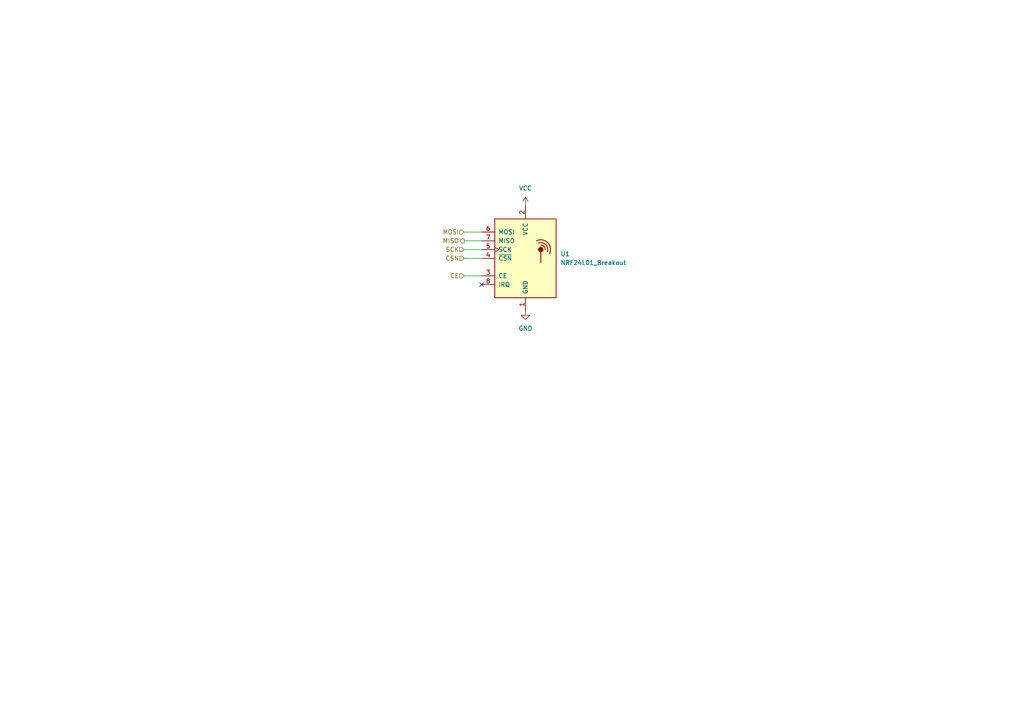
<source format=kicad_sch>
(kicad_sch (version 20231120) (generator "eeschema") (generator_version "8.0")
  (paper "A4")
  (lib_symbols
    (symbol "RF:NRF24L01_Breakout" (pin_names (offset 1.016))
      (property "Reference" "U" (at -8.89 12.7 0))
      (property "Value" "NRF24L01_Breakout" (at 3.81 12.7 0))
      (symbol "NRF24L01_Breakout_0_1"
        (rectangle (start -8.89 11.43) (end 8.89 -11.43) (stroke (width 0.254)) (fill (type background)))
        (polyline (pts (xy 4.445 1.905) (xy 4.445 -1.27)) (stroke (width 0.254)))
        (circle (center 4.445 2.54) (radius 0.635) (stroke (width 0.254)) (fill (type outline)))
        (arc (start 5.715 2.54) (mid 5.3521 3.4546) (end 4.445 3.81) (stroke (width 0.254)))
        (arc (start 6.35 1.905) (mid 5.8763 3.9854) (end 3.81 4.445) (stroke (width 0.254)))
        (arc (start 6.985 1.27) (mid 6.453 4.548) (end 3.175 5.08) (stroke (width 0.254)))
      )
      (symbol "NRF24L01_Breakout_1_1"
        (pin power_in line (at 0 -15.24 90) (length 3.81) (name "GND") (number "1"))
        (pin power_in line (at 0 15.24 270) (length 3.81) (name "VCC") (number "2"))
        (pin input line (at -12.7 -5.08 0) (length 3.81) (name "CE") (number "3"))
        (pin input line (at -12.7 0 0) (length 3.81) (name "~{CSN}") (number "4"))
        (pin input clock (at -12.7 2.54 0) (length 3.81) (name "SCK") (number "5"))
        (pin input line (at -12.7 7.62 0) (length 3.81) (name "MOSI") (number "6"))
        (pin output line (at -12.7 5.08 0) (length 3.81) (name "MISO") (number "7"))
        (pin output line (at -12.7 -7.62 0) (length 3.81) (name "IRQ") (number "8"))
      )
    )
    (symbol "power:GND" (power) (pin_numbers hide) (pin_names (offset 0) hide)
      (property "Value" "GND" (at 0 -3.81 0))
      (symbol "GND_0_1"
        (polyline (pts (xy 0 0) (xy 0 -1.27) (xy 1.27 -1.27) (xy 0 -2.54) (xy -1.27 -1.27) (xy 0 -1.27)))
      )
      (symbol "GND_1_1"
        (pin power_in line (at 0 0 270) (length 0) (name "~") (number "1"))
      )
    )
    (symbol "power:VCC" (power) (pin_numbers hide) (pin_names (offset 0) hide)
      (property "Value" "VCC" (at 0 3.556 0))
      (symbol "VCC_0_1"
        (polyline (pts (xy -0.762 1.27) (xy 0 2.54)))
        (polyline (pts (xy 0 0) (xy 0 2.54)))
        (polyline (pts (xy 0 2.54) (xy 0.762 1.27)))
      )
      (symbol "VCC_1_1"
        (pin power_in line (at 0 0 90) (length 0) (name "~") (number "1"))
      )
    )
  )
  (no_connect (at 139.7 82.55))
  (wire (pts (xy 134.62 74.93) (xy 139.7 74.93)))
  (wire (pts (xy 134.62 69.85) (xy 139.7 69.85)))
  (wire (pts (xy 134.62 67.31) (xy 139.7 67.31)))
  (wire (pts (xy 134.62 80.01) (xy 139.7 80.01)))
  (wire (pts (xy 134.62 72.39) (xy 139.7 72.39)))
  (hierarchical_label "CSN" (shape input) (at 134.62 74.93 180))
  (hierarchical_label "MISO" (shape output) (at 134.62 69.85 180))
  (hierarchical_label "SCK" (shape input) (at 134.62 72.39 180))
  (hierarchical_label "CE" (shape input) (at 134.62 80.01 180))
  (hierarchical_label "MOSI" (shape input) (at 134.62 67.31 180))
  (symbol (lib_id "power:GND") (at 152.4 90.17 0) (unit 1)
    (property "Reference" "#PWR01" (effects (hide yes)))
    (property "Value" "GND" (at 152.4 95.25 0))
    (property "Description" "Power symbol creates a global label with name \"GND\" , ground" (effects (hide yes)))
  )
  (symbol (lib_id "RF:NRF24L01_Breakout") (at 152.4 74.93 0) (unit 1)
    (property "Reference" "U1" (at 162.56 73.6599 0) (effects (justify left)))
    (property "Value" "NRF24L01_Breakout" (at 162.56 76.1999 0) (effects (justify left)))
    (property "Footprint" "RF_Module:nRF24L01_Breakout" (effects (hide yes)))
    (property "Datasheet" "http://www.nordicsemi.com/eng/content/download/2730/34105/file/nRF24L01_Product_Specification_v2_0.pdf" (effects (hide yes)))
    (property "Description" "Ultra low power 2.4GHz RF Transceiver, Carrier PCB" (effects (hide yes)))
  )
  (symbol (lib_id "power:VCC") (at 152.4 59.69 0) (unit 1)
    (property "Reference" "#PWR02" (effects (hide yes)))
    (property "Value" "VCC" (at 152.4 54.61 0))
    (property "Description" "Power symbol creates a global label with name \"VCC\"" (effects (hide yes)))
  )
)
</source>
